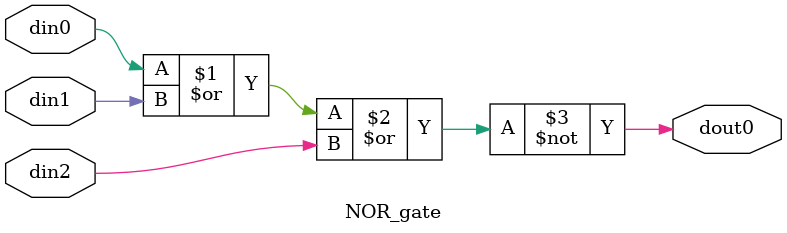
<source format=v>
`timescale 1ns/1ps

module NOR_gate (
    din0,
    din1,
    din2,
    dout0
);

  input din0;
  input din1;
  input din2;
  output dout0;

  assign dout0 = ~(din0 | din1 | din2);

endmodule

</source>
